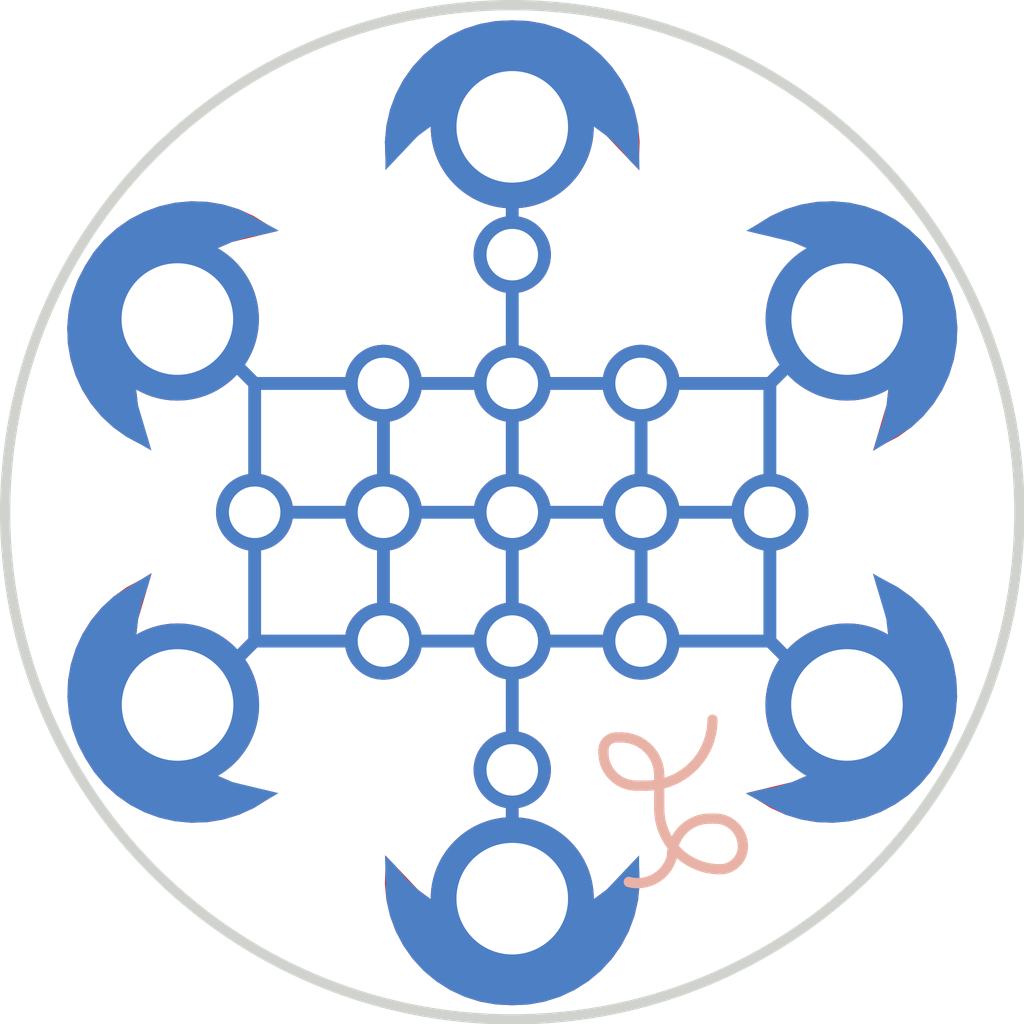
<source format=kicad_pcb>
(kicad_pcb (version 20211014) (generator pcbnew)
  (layers (0 "F.Cu" signal) (31 "B.Cu" signal) (34 "B.Paste" user) (35 "F.Paste" user) (36 "B.SilkS" user "B.Silkscreen") (37 "F.SilkS" user "F.Silkscreen") (38 "B.Mask" user) (39 "F.Mask" user) (44 "Edge.Cuts" user))
  (net 0 "")
  (net 1 "ALLNET")
  (footprint "boardEagle:PETAL-SMALL-2SIDE" (layer "F.Cu") (at 141.9011 108.8036 -60)
    (fp_text reference "U$8" hide)
    (fp_text value "SEWTAP6" hide)
    (fp_poly (pts (xy -1.854655 -0.173117) (xy -1.587233 0.02496) (xy -1.296131 0.192254) (xy -0.987629 0.324761) (xy -0.665876 0.420699) (xy -0.335186 0.478783) (xy -0.000001 0.49823) (xy 0.335185 0.478783) (xy 0.665875 0.4207) (xy 0.987628 0.324762) (xy 1.29613 0.192254) (xy 1.587231 0.024961) (xy 1.857026 -0.174874) (xy 2.101909 -0.404578) (xy 2.32514 -0.668824) (xy 2.493638 -0.837322) (xy 2.51214 -0.289809) (xy 2.481402 0.029121) (xy 2.409619 0.341384) (xy 2.298003 0.641723) (xy 2.148431 0.925078) (xy 1.963424 1.186677) (xy 1.746098 1.422114) (xy 1.500112 1.627423) (xy 1.22961 1.799149) (xy 0.939146 1.934398) (xy 0.633613 2.030893) (xy 0.318157 2.087007) (xy 0.002347 2.1016) (xy -0.002346 2.1016) (xy -0.318157 2.087008) (xy -0.633613 2.030893) (xy -0.939146 1.934399) (xy -1.22961 1.79915) (xy -1.500112 1.627424) (xy -1.746098 1.422115) (xy -1.963425 1.186678) (xy -2.148432 0.925079) (xy -2.298003 0.641724) (xy -2.409619 0.341385) (xy -2.481402 0.029122) (xy -2.512141 -0.289808) (xy -2.5016 -0.601715) (xy -2.5016 -0.854591)) (layer "F.Cu") (width 0) (fill solid))
    (fp_poly (pts (xy 2.5016 -0.601715) (xy 2.512141 -0.289808) (xy 2.481402 0.029122) (xy 2.409619 0.341385) (xy 2.298003 0.641724) (xy 2.148432 0.925079) (xy 1.963425 1.186678) (xy 1.746098 1.422115) (xy 1.500112 1.627424) (xy 1.22961 1.79915) (xy 0.939146 1.934399) (xy 0.633613 2.030893) (xy 0.318157 2.087008) (xy 0.002346 2.1016) (xy -0.002347 2.1016) (xy -0.318157 2.087007) (xy -0.633613 2.030893) (xy -0.939146 1.934398) (xy -1.22961 1.799149) (xy -1.500112 1.627423) (xy -1.746098 1.422114) (xy -1.963424 1.186677) (xy -2.148431 0.925078) (xy -2.298003 0.641723) (xy -2.409619 0.341384) (xy -2.482146 0.025885) (xy -2.50954 -0.853224) (xy -2.32514 -0.668824) (xy -2.101909 -0.404578) (xy -1.857026 -0.174874) (xy -1.587231 0.024961) (xy -1.29613 0.192254) (xy -0.987628 0.324762) (xy -0.665875 0.4207) (xy -0.335185 0.478783) (xy 0.000001 0.49823) (xy 0.335186 0.478783) (xy 0.665876 0.420699) (xy 0.987629 0.324761) (xy 1.296131 0.192254) (xy 1.587233 0.02496) (xy 1.854655 -0.173117) (xy 2.5016 -0.854591)) (layer "B.Cu") (width 0) (fill solid))
    (pad "1" thru_hole circle (at 0 0 30) (size 3.216 3.216) (drill 2.2) (layers *.Cu *.Mask) (net 1 "ALLNET"))
  )
  (footprint "boardEagle:PETAL-SMALL-2SIDE" (layer "F.Cu") (at 141.8971 101.1936 -120)
    (fp_text reference "U$3" hide)
    (fp_text value "SEWTAP6" hide)
    (fp_poly (pts (xy -1.854655 -0.173117) (xy -1.587233 0.02496) (xy -1.296131 0.192254) (xy -0.987629 0.324761) (xy -0.665876 0.420699) (xy -0.335186 0.478783) (xy -0.000001 0.49823) (xy 0.335185 0.478783) (xy 0.665875 0.4207) (xy 0.987628 0.324762) (xy 1.29613 0.192254) (xy 1.587231 0.024961) (xy 1.857026 -0.174874) (xy 2.101909 -0.404578) (xy 2.32514 -0.668824) (xy 2.493638 -0.837322) (xy 2.51214 -0.289809) (xy 2.481402 0.029121) (xy 2.409619 0.341384) (xy 2.298003 0.641723) (xy 2.148431 0.925078) (xy 1.963424 1.186677) (xy 1.746098 1.422114) (xy 1.500112 1.627423) (xy 1.22961 1.799149) (xy 0.939146 1.934398) (xy 0.633613 2.030893) (xy 0.318157 2.087007) (xy 0.002347 2.1016) (xy -0.002346 2.1016) (xy -0.318157 2.087008) (xy -0.633613 2.030893) (xy -0.939146 1.934399) (xy -1.22961 1.79915) (xy -1.500112 1.627424) (xy -1.746098 1.422115) (xy -1.963425 1.186678) (xy -2.148432 0.925079) (xy -2.298003 0.641724) (xy -2.409619 0.341385) (xy -2.481402 0.029122) (xy -2.512141 -0.289808) (xy -2.5016 -0.601715) (xy -2.5016 -0.854591)) (layer "F.Cu") (width 0) (fill solid))
    (fp_poly (pts (xy 2.5016 -0.601715) (xy 2.512141 -0.289808) (xy 2.481402 0.029122) (xy 2.409619 0.341385) (xy 2.298003 0.641724) (xy 2.148432 0.925079) (xy 1.963425 1.186678) (xy 1.746098 1.422115) (xy 1.500112 1.627424) (xy 1.22961 1.79915) (xy 0.939146 1.934399) (xy 0.633613 2.030893) (xy 0.318157 2.087008) (xy 0.002346 2.1016) (xy -0.002347 2.1016) (xy -0.318157 2.087007) (xy -0.633613 2.030893) (xy -0.939146 1.934398) (xy -1.22961 1.799149) (xy -1.500112 1.627423) (xy -1.746098 1.422114) (xy -1.963424 1.186677) (xy -2.148431 0.925078) (xy -2.298003 0.641723) (xy -2.409619 0.341384) (xy -2.482146 0.025885) (xy -2.50954 -0.853224) (xy -2.32514 -0.668824) (xy -2.101909 -0.404578) (xy -1.857026 -0.174874) (xy -1.587231 0.024961) (xy -1.29613 0.192254) (xy -0.987628 0.324762) (xy -0.665875 0.4207) (xy -0.335185 0.478783) (xy 0.000001 0.49823) (xy 0.335186 0.478783) (xy 0.665876 0.420699) (xy 0.987629 0.324761) (xy 1.296131 0.192254) (xy 1.587233 0.02496) (xy 1.854655 -0.173117) (xy 2.5016 -0.854591)) (layer "B.Cu") (width 0) (fill solid))
    (pad "1" thru_hole circle (at 0 0 330) (size 3.216 3.216) (drill 2.2) (layers *.Cu *.Mask) (net 1 "ALLNET"))
  )
  (footprint "boardEagle:PETAL-SMALL-2SIDE" (layer "F.Cu") (at 155.1051 101.1936 120)
    (fp_text reference "U$4" hide)
    (fp_text value "SEWTAP6" hide)
    (fp_poly (pts (xy -1.854655 -0.173117) (xy -1.587233 0.02496) (xy -1.296131 0.192254) (xy -0.987629 0.324761) (xy -0.665876 0.420699) (xy -0.335186 0.478783) (xy -0.000001 0.49823) (xy 0.335185 0.478783) (xy 0.665875 0.4207) (xy 0.987628 0.324762) (xy 1.29613 0.192254) (xy 1.587231 0.024961) (xy 1.857026 -0.174874) (xy 2.101909 -0.404578) (xy 2.32514 -0.668824) (xy 2.493638 -0.837322) (xy 2.51214 -0.289809) (xy 2.481402 0.029121) (xy 2.409619 0.341384) (xy 2.298003 0.641723) (xy 2.148431 0.925078) (xy 1.963424 1.186677) (xy 1.746098 1.422114) (xy 1.500112 1.627423) (xy 1.22961 1.799149) (xy 0.939146 1.934398) (xy 0.633613 2.030893) (xy 0.318157 2.087007) (xy 0.002347 2.1016) (xy -0.002346 2.1016) (xy -0.318157 2.087008) (xy -0.633613 2.030893) (xy -0.939146 1.934399) (xy -1.22961 1.79915) (xy -1.500112 1.627424) (xy -1.746098 1.422115) (xy -1.963425 1.186678) (xy -2.148432 0.925079) (xy -2.298003 0.641724) (xy -2.409619 0.341385) (xy -2.481402 0.029122) (xy -2.512141 -0.289808) (xy -2.5016 -0.601715) (xy -2.5016 -0.854591)) (layer "F.Cu") (width 0) (fill solid))
    (fp_poly (pts (xy 2.5016 -0.601715) (xy 2.512141 -0.289808) (xy 2.481402 0.029122) (xy 2.409619 0.341385) (xy 2.298003 0.641724) (xy 2.148432 0.925079) (xy 1.963425 1.186678) (xy 1.746098 1.422115) (xy 1.500112 1.627424) (xy 1.22961 1.79915) (xy 0.939146 1.934399) (xy 0.633613 2.030893) (xy 0.318157 2.087008) (xy 0.002346 2.1016) (xy -0.002347 2.1016) (xy -0.318157 2.087007) (xy -0.633613 2.030893) (xy -0.939146 1.934398) (xy -1.22961 1.799149) (xy -1.500112 1.627423) (xy -1.746098 1.422114) (xy -1.963424 1.186677) (xy -2.148431 0.925078) (xy -2.298003 0.641723) (xy -2.409619 0.341384) (xy -2.482146 0.025885) (xy -2.50954 -0.853224) (xy -2.32514 -0.668824) (xy -2.101909 -0.404578) (xy -1.857026 -0.174874) (xy -1.587231 0.024961) (xy -1.29613 0.192254) (xy -0.987628 0.324762) (xy -0.665875 0.4207) (xy -0.335185 0.478783) (xy 0.000001 0.49823) (xy 0.335186 0.478783) (xy 0.665876 0.420699) (xy 0.987629 0.324761) (xy 1.296131 0.192254) (xy 1.587233 0.02496) (xy 1.854655 -0.173117) (xy 2.5016 -0.854591)) (layer "B.Cu") (width 0) (fill solid))
    (pad "1" thru_hole circle (at 0 0 210) (size 3.216 3.216) (drill 2.2) (layers *.Cu *.Mask) (net 1 "ALLNET"))
  )
  (footprint "boardEagle:PETAL-SMALL-2SIDE" (layer "F.Cu") (at 148.5011 112.6236)
    (fp_text reference "U$5" hide)
    (fp_text value "SEWTAP6" hide)
    (fp_poly (pts (xy -1.854655 -0.173117) (xy -1.587233 0.02496) (xy -1.296131 0.192254) (xy -0.987629 0.324761) (xy -0.665876 0.420699) (xy -0.335186 0.478783) (xy -0.000001 0.49823) (xy 0.335185 0.478783) (xy 0.665875 0.4207) (xy 0.987628 0.324762) (xy 1.29613 0.192254) (xy 1.587231 0.024961) (xy 1.857026 -0.174874) (xy 2.101909 -0.404578) (xy 2.32514 -0.668824) (xy 2.493638 -0.837322) (xy 2.51214 -0.289809) (xy 2.481402 0.029121) (xy 2.409619 0.341384) (xy 2.298003 0.641723) (xy 2.148431 0.925078) (xy 1.963424 1.186677) (xy 1.746098 1.422114) (xy 1.500112 1.627423) (xy 1.22961 1.799149) (xy 0.939146 1.934398) (xy 0.633613 2.030893) (xy 0.318157 2.087007) (xy 0.002347 2.1016) (xy -0.002346 2.1016) (xy -0.318157 2.087008) (xy -0.633613 2.030893) (xy -0.939146 1.934399) (xy -1.22961 1.79915) (xy -1.500112 1.627424) (xy -1.746098 1.422115) (xy -1.963425 1.186678) (xy -2.148432 0.925079) (xy -2.298003 0.641724) (xy -2.409619 0.341385) (xy -2.481402 0.029122) (xy -2.512141 -0.289808) (xy -2.5016 -0.601715) (xy -2.5016 -0.854591)) (layer "F.Cu") (width 0) (fill solid))
    (fp_poly (pts (xy 2.5016 -0.601715) (xy 2.512141 -0.289808) (xy 2.481402 0.029122) (xy 2.409619 0.341385) (xy 2.298003 0.641724) (xy 2.148432 0.925079) (xy 1.963425 1.186678) (xy 1.746098 1.422115) (xy 1.500112 1.627424) (xy 1.22961 1.79915) (xy 0.939146 1.934399) (xy 0.633613 2.030893) (xy 0.318157 2.087008) (xy 0.002346 2.1016) (xy -0.002347 2.1016) (xy -0.318157 2.087007) (xy -0.633613 2.030893) (xy -0.939146 1.934398) (xy -1.22961 1.799149) (xy -1.500112 1.627423) (xy -1.746098 1.422114) (xy -1.963424 1.186677) (xy -2.148431 0.925078) (xy -2.298003 0.641723) (xy -2.409619 0.341384) (xy -2.482146 0.025885) (xy -2.50954 -0.853224) (xy -2.32514 -0.668824) (xy -2.101909 -0.404578) (xy -1.857026 -0.174874) (xy -1.587231 0.024961) (xy -1.29613 0.192254) (xy -0.987628 0.324762) (xy -0.665875 0.4207) (xy -0.335185 0.478783) (xy 0.000001 0.49823) (xy 0.335186 0.478783) (xy 0.665876 0.420699) (xy 0.987629 0.324761) (xy 1.296131 0.192254) (xy 1.587233 0.02496) (xy 1.854655 -0.173117) (xy 2.5016 -0.854591)) (layer "B.Cu") (width 0) (fill solid))
    (pad "1" thru_hole circle (at 0 0 90) (size 3.216 3.216) (drill 2.2) (layers *.Cu *.Mask) (net 1 "ALLNET"))
  )
  (footprint "boardEagle:PETAL-SMALL-2SIDE" (layer "F.Cu") (at 155.1011 108.8036 60)
    (fp_text reference "U$9" hide)
    (fp_text value "SEWTAP6" hide)
    (fp_poly (pts (xy -1.854655 -0.173117) (xy -1.587233 0.02496) (xy -1.296131 0.192254) (xy -0.987629 0.324761) (xy -0.665876 0.420699) (xy -0.335186 0.478783) (xy -0.000001 0.49823) (xy 0.335185 0.478783) (xy 0.665875 0.4207) (xy 0.987628 0.324762) (xy 1.29613 0.192254) (xy 1.587231 0.024961) (xy 1.857026 -0.174874) (xy 2.101909 -0.404578) (xy 2.32514 -0.668824) (xy 2.493638 -0.837322) (xy 2.51214 -0.289809) (xy 2.481402 0.029121) (xy 2.409619 0.341384) (xy 2.298003 0.641723) (xy 2.148431 0.925078) (xy 1.963424 1.186677) (xy 1.746098 1.422114) (xy 1.500112 1.627423) (xy 1.22961 1.799149) (xy 0.939146 1.934398) (xy 0.633613 2.030893) (xy 0.318157 2.087007) (xy 0.002347 2.1016) (xy -0.002346 2.1016) (xy -0.318157 2.087008) (xy -0.633613 2.030893) (xy -0.939146 1.934399) (xy -1.22961 1.79915) (xy -1.500112 1.627424) (xy -1.746098 1.422115) (xy -1.963425 1.186678) (xy -2.148432 0.925079) (xy -2.298003 0.641724) (xy -2.409619 0.341385) (xy -2.481402 0.029122) (xy -2.512141 -0.289808) (xy -2.5016 -0.601715) (xy -2.5016 -0.854591)) (layer "F.Cu") (width 0) (fill solid))
    (fp_poly (pts (xy 2.5016 -0.601715) (xy 2.512141 -0.289808) (xy 2.481402 0.029122) (xy 2.409619 0.341385) (xy 2.298003 0.641724) (xy 2.148432 0.925079) (xy 1.963425 1.186678) (xy 1.746098 1.422115) (xy 1.500112 1.627424) (xy 1.22961 1.79915) (xy 0.939146 1.934399) (xy 0.633613 2.030893) (xy 0.318157 2.087008) (xy 0.002346 2.1016) (xy -0.002347 2.1016) (xy -0.318157 2.087007) (xy -0.633613 2.030893) (xy -0.939146 1.934398) (xy -1.22961 1.799149) (xy -1.500112 1.627423) (xy -1.746098 1.422114) (xy -1.963424 1.186677) (xy -2.148431 0.925078) (xy -2.298003 0.641723) (xy -2.409619 0.341384) (xy -2.482146 0.025885) (xy -2.50954 -0.853224) (xy -2.32514 -0.668824) (xy -2.101909 -0.404578) (xy -1.857026 -0.174874) (xy -1.587231 0.024961) (xy -1.29613 0.192254) (xy -0.987628 0.324762) (xy -0.665875 0.4207) (xy -0.335185 0.478783) (xy 0.000001 0.49823) (xy 0.335186 0.478783) (xy 0.665876 0.420699) (xy 0.987629 0.324761) (xy 1.296131 0.192254) (xy 1.587233 0.02496) (xy 1.854655 -0.173117) (xy 2.5016 -0.854591)) (layer "B.Cu") (width 0) (fill solid))
    (pad "1" thru_hole circle (at 0 0 150) (size 3.216 3.216) (drill 2.2) (layers *.Cu *.Mask) (net 1 "ALLNET"))
  )
  (footprint "boardEagle:PETAL-SMALL-2SIDE" (layer "F.Cu") (at 148.5011 97.4036 180)
    (fp_text reference "U$10" hide)
    (fp_text value "SEWTAP6" hide)
    (fp_poly (pts (xy -1.854655 -0.173117) (xy -1.587233 0.02496) (xy -1.296131 0.192254) (xy -0.987629 0.324761) (xy -0.665876 0.420699) (xy -0.335186 0.478783) (xy -0.000001 0.49823) (xy 0.335185 0.478783) (xy 0.665875 0.4207) (xy 0.987628 0.324762) (xy 1.29613 0.192254) (xy 1.587231 0.024961) (xy 1.857026 -0.174874) (xy 2.101909 -0.404578) (xy 2.32514 -0.668824) (xy 2.493638 -0.837322) (xy 2.51214 -0.289809) (xy 2.481402 0.029121) (xy 2.409619 0.341384) (xy 2.298003 0.641723) (xy 2.148431 0.925078) (xy 1.963424 1.186677) (xy 1.746098 1.422114) (xy 1.500112 1.627423) (xy 1.22961 1.799149) (xy 0.939146 1.934398) (xy 0.633613 2.030893) (xy 0.318157 2.087007) (xy 0.002347 2.1016) (xy -0.002346 2.1016) (xy -0.318157 2.087008) (xy -0.633613 2.030893) (xy -0.939146 1.934399) (xy -1.22961 1.79915) (xy -1.500112 1.627424) (xy -1.746098 1.422115) (xy -1.963425 1.186678) (xy -2.148432 0.925079) (xy -2.298003 0.641724) (xy -2.409619 0.341385) (xy -2.481402 0.029122) (xy -2.512141 -0.289808) (xy -2.5016 -0.601715) (xy -2.5016 -0.854591)) (layer "F.Cu") (width 0) (fill solid))
    (fp_poly (pts (xy 2.5016 -0.601715) (xy 2.512141 -0.289808) (xy 2.481402 0.029122) (xy 2.409619 0.341385) (xy 2.298003 0.641724) (xy 2.148432 0.925079) (xy 1.963425 1.186678) (xy 1.746098 1.422115) (xy 1.500112 1.627424) (xy 1.22961 1.79915) (xy 0.939146 1.934399) (xy 0.633613 2.030893) (xy 0.318157 2.087008) (xy 0.002346 2.1016) (xy -0.002347 2.1016) (xy -0.318157 2.087007) (xy -0.633613 2.030893) (xy -0.939146 1.934398) (xy -1.22961 1.799149) (xy -1.500112 1.627423) (xy -1.746098 1.422114) (xy -1.963424 1.186677) (xy -2.148431 0.925078) (xy -2.298003 0.641723) (xy -2.409619 0.341384) (xy -2.482146 0.025885) (xy -2.50954 -0.853224) (xy -2.32514 -0.668824) (xy -2.101909 -0.404578) (xy -1.857026 -0.174874) (xy -1.587231 0.024961) (xy -1.29613 0.192254) (xy -0.987628 0.324762) (xy -0.665875 0.4207) (xy -0.335185 0.478783) (xy 0.000001 0.49823) (xy 0.335186 0.478783) (xy 0.665876 0.420699) (xy 0.987629 0.324761) (xy 1.296131 0.192254) (xy 1.587233 0.02496) (xy 1.854655 -0.173117) (xy 2.5016 -0.854591)) (layer "B.Cu") (width 0) (fill solid))
    (pad "1" thru_hole circle (at 0 0 270) (size 3.216 3.216) (drill 2.2) (layers *.Cu *.Mask) (net 1 "ALLNET"))
  )
  (footprint "boardEagle:LOGO-L" (layer "B.Cu") (at 151.6761 110.7186 180)
    (fp_text reference "U$2" hide)
    (fp_text value "LOGO-LPL" hide)
    (fp_line (start -0.8232 -0.3256) (end -0.7232 -0.3256) (layer "B.SilkS") (width 0.2032))
    (fp_line (start 0.2768 0.5244) (end 0.2768 -0.1256) (layer "B.SilkS") (width 0.2032))
    (fp_line (start 0.5268 0.3244) (end 0.7268 0.3244) (layer "B.SilkS") (width 0.2032))
    (fp_line (start 1.1268 1.2744) (end 1.0268 1.2744) (layer "B.SilkS") (width 0.2032))
    (fp_line (start 1.3768 0.9744) (end 1.3768 1.0244) (layer "B.SilkS") (width 0.2032))
    (fp_arc (start -0.923201 -1.325599) (mid -0.074673 -0.974128) (end 0.2768 -0.1256) (layer "B.SilkS") (width 0.2032))
    (fp_arc (start 0.7268 0.3244) (mid 1.186419 0.514781) (end 1.3768 0.9744) (layer "B.SilkS") (width 0.2032))
    (fp_arc (start 0.0268 -1.0756) (mid -0.19287 -0.54527) (end -0.7232 -0.3256) (layer "B.SilkS") (width 0.2032))
    (fp_arc (start 1.0268 1.2744) (mid 0.49647 1.05473) (end 0.2768 0.5244) (layer "B.SilkS") (width 0.2032))
    (fp_arc (start -0.8232 -0.3256) (mid -1.212109 -0.486691) (end -1.3732 -0.8756) (layer "B.SilkS") (width 0.2032))
    (fp_arc (start -0.7732 1.6244) (mid -0.392439 0.705161) (end 0.5268 0.3244) (layer "B.SilkS") (width 0.2032))
    (fp_arc (start 0.0268 -1.0756) (mid 0.348247 -1.501641) (end 0.8768 -1.5756) (layer "B.SilkS") (width 0.2032))
    (fp_arc (start 1.3768 1.0244) (mid 1.303577 1.201177) (end 1.1268 1.2744) (layer "B.SilkS") (width 0.2032))
    (fp_arc (start -1.3732 -0.8756) (mid -1.241398 -1.193798) (end -0.9232 -1.3256) (layer "B.SilkS") (width 0.2032))
  )
  (gr_circle (center 148.5011 105.0036) (end 158.5011 105.0036) (layer "Edge.Cuts") (width 0.2032) (fill none))
  (via (at 153.5811 105.0036) (size 1.524) (drill 1.016) (layers "F.Cu" "B.Cu") (net 1))
  (via (at 148.5011 105.0036) (size 1.524) (drill 1.016) (layers "F.Cu" "B.Cu") (net 1))
  (via (at 148.5011 102.4636) (size 1.524) (drill 1.016) (layers "F.Cu" "B.Cu") (net 1))
  (via (at 145.9611 105.0036) (size 1.524) (drill 1.016) (layers "F.Cu" "B.Cu") (net 1))
  (via (at 145.9611 107.5436) (size 1.524) (drill 1.016) (layers "F.Cu" "B.Cu") (net 1))
  (via (at 151.0411 105.0036) (size 1.524) (drill 1.016) (layers "F.Cu" "B.Cu") (net 1))
  (via (at 151.0411 102.4636) (size 1.524) (drill 1.016) (layers "F.Cu" "B.Cu") (net 1))
  (via (at 148.5011 99.9236) (size 1.524) (drill 1.016) (layers "F.Cu" "B.Cu") (net 1))
  (via (at 143.4211 105.0036) (size 1.524) (drill 1.016) (layers "F.Cu" "B.Cu") (net 1))
  (via (at 148.5011 110.0836) (size 1.524) (drill 1.016) (layers "F.Cu" "B.Cu") (net 1))
  (via (at 148.5011 107.5436) (size 1.524) (drill 1.016) (layers "F.Cu" "B.Cu") (net 1))
  (via (at 151.0411 107.5436) (size 1.524) (drill 1.016) (layers "F.Cu" "B.Cu") (net 1))
  (via (at 145.9611 102.4636) (size 1.524) (drill 1.016) (layers "F.Cu" "B.Cu") (net 1))
  (segment (start 145.9611 105.0036) (end 145.9611 102.4636) (width 0.254) (layer "B.Cu") (net 1))
  (segment (start 143.4211 102.4636) (end 142.1511 101.1936) (width 0.254) (layer "B.Cu") (net 1))
  (segment (start 148.5011 107.5436) (end 151.0411 107.5436) (width 0.254) (layer "B.Cu") (net 1))
  (segment (start 143.4211 105.0036) (end 143.4211 107.5436) (width 0.254) (layer "B.Cu") (net 1))
  (segment (start 148.5011 107.5436) (end 148.5011 110.0836) (width 0.254) (layer "B.Cu") (net 1))
  (segment (start 151.0411 105.0036) (end 153.5811 105.0036) (width 0.254) (layer "B.Cu") (net 1))
  (segment (start 148.5011 107.5436) (end 145.9611 107.5436) (width 0.254) (layer "B.Cu") (net 1))
  (segment (start 148.5011 102.4636) (end 145.9611 102.4636) (width 0.254) (layer "B.Cu") (net 1))
  (segment (start 148.5011 105.0036) (end 151.0411 105.0036) (width 0.254) (layer "B.Cu") (net 1))
  (segment (start 148.5011 105.0036) (end 148.5011 102.4636) (width 0.254) (layer "B.Cu") (net 1))
  (segment (start 145.9611 105.0036) (end 145.9611 107.5436) (width 0.254) (layer "B.Cu") (net 1))
  (segment (start 143.4211 107.5436) (end 142.1611 108.8036) (width 0.254) (layer "B.Cu") (net 1))
  (segment (start 151.0411 105.0036) (end 151.0411 107.5436) (width 0.254) (layer "B.Cu") (net 1))
  (segment (start 148.5011 99.9236) (end 148.5011 97.4036) (width 0.254) (layer "B.Cu") (net 1))
  (segment (start 145.9611 105.0036) (end 143.4211 105.0036) (width 0.254) (layer "B.Cu") (net 1))
  (segment (start 145.9611 102.4636) (end 143.4211 102.4636) (width 0.254) (layer "B.Cu") (net 1))
  (segment (start 148.5011 110.0836) (end 148.5011 112.6236) (width 0.254) (layer "B.Cu") (net 1))
  (segment (start 153.5811 107.5436) (end 154.8411 108.8036) (width 0.254) (layer "B.Cu") (net 1))
  (segment (start 151.0411 105.0036) (end 151.0411 102.4636) (width 0.254) (layer "B.Cu") (net 1))
  (segment (start 153.5811 105.0036) (end 153.5811 102.4636) (width 0.254) (layer "B.Cu") (net 1))
  (segment (start 148.5011 102.4636) (end 148.5011 99.9236) (width 0.254) (layer "B.Cu") (net 1))
  (segment (start 153.5811 105.0036) (end 153.5811 107.5436) (width 0.254) (layer "B.Cu") (net 1))
  (segment (start 143.4211 105.0036) (end 143.4211 102.4636) (width 0.254) (layer "B.Cu") (net 1))
  (segment (start 151.0411 102.4636) (end 153.5811 102.4636) (width 0.254) (layer "B.Cu") (net 1))
  (segment (start 151.0411 107.5436) (end 153.5811 107.5436) (width 0.254) (layer "B.Cu") (net 1))
  (segment (start 148.5011 105.0036) (end 145.9611 105.0036) (width 0.254) (layer "B.Cu") (net 1))
  (segment (start 148.5011 102.4636) (end 151.0411 102.4636) (width 0.254) (layer "B.Cu") (net 1))
  (segment (start 153.5811 102.4636) (end 154.8511 101.1936) (width 0.254) (layer "B.Cu") (net 1))
  (segment (start 145.9611 107.5436) (end 143.4211 107.5436) (width 0.254) (layer "B.Cu") (net 1))
  (segment (start 148.5011 105.0036) (end 148.5011 107.5436) (width 0.254) (layer "B.Cu") (net 1))
)
</source>
